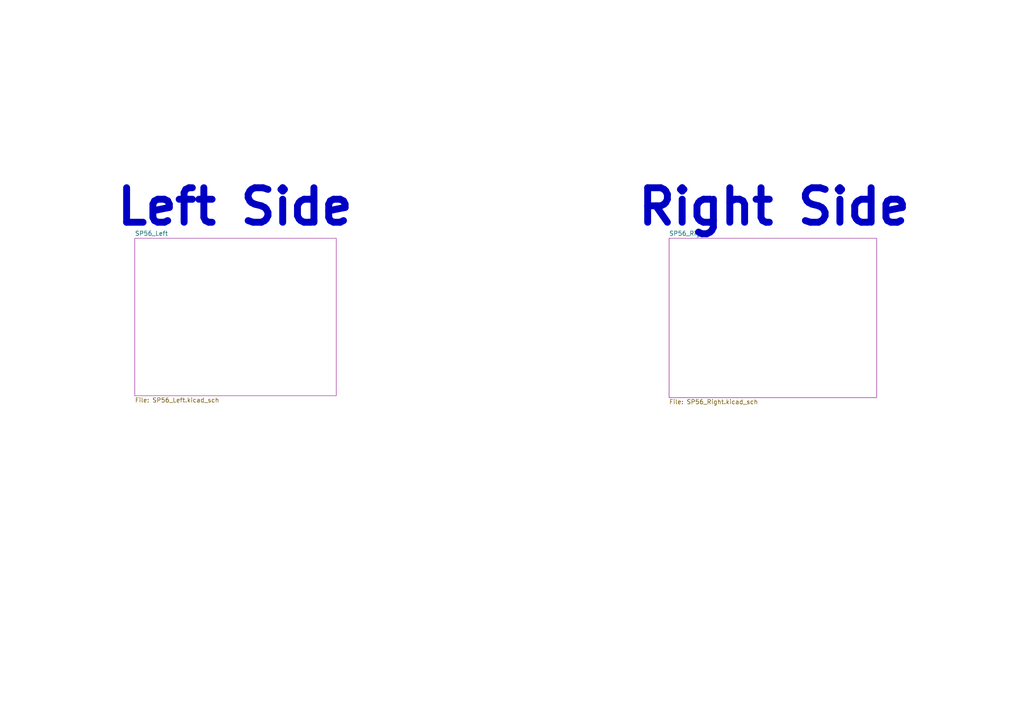
<source format=kicad_sch>
(kicad_sch (version 20201015) (generator eeschema)
  (paper "A4")
  (title_block (title "SP56") (date "2021-02-27") (rev "1") (company "CO Boards") (comment 1 "github.com/ericrlau"))
  (lib_symbols)
  (text "Left Side" (at 33.02 66.04 0) (effects (font (size 10.008 10.008) (thickness 2.0016) bold) (justify left bottom)))
  (text "Right Side" (at 184.15 66.04 0) (effects (font (size 10.008 10.008) (thickness 2.0016) bold) (justify left bottom)))
  (sheet (at 39.116 69.088) (size 58.42 45.72) (stroke (width 0.001) (color 132 0 132 1)) (fill (color 255 255 255 0.0000))
    (property "Sheet name" "SP56_Left" (at 39.116 68.4521 0) (effects (justify left bottom)))
    (property "Sheet file" "SP56_Left.kicad_sch" (at 39.116 115.3169 0) (effects (justify left top)))
  )
  (sheet (at 194.056 69.088) (size 60.198 46.228) (stroke (width 0.001) (color 132 0 132 1)) (fill (color 255 255 255 0.0000))
    (property "Sheet name" "SP56_Right" (at 194.056 68.4521 0) (effects (justify left bottom)))
    (property "Sheet file" "SP56_Right.kicad_sch" (at 194.056 115.8249 0) (effects (justify left top)))
  )
)
</source>
